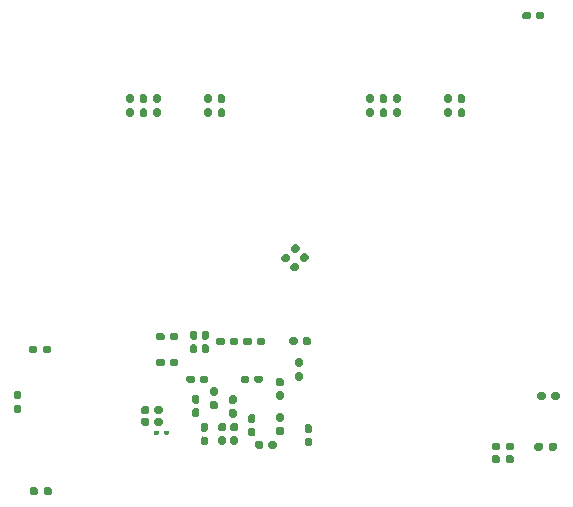
<source format=gbr>
%TF.GenerationSoftware,KiCad,Pcbnew,(5.1.8-0-10_14)*%
%TF.CreationDate,2020-12-08T12:39:33+00:00*%
%TF.ProjectId,STM32MP1_TestBoard,53544d33-324d-4503-915f-54657374426f,rev?*%
%TF.SameCoordinates,Original*%
%TF.FileFunction,Paste,Bot*%
%TF.FilePolarity,Positive*%
%FSLAX46Y46*%
G04 Gerber Fmt 4.6, Leading zero omitted, Abs format (unit mm)*
G04 Created by KiCad (PCBNEW (5.1.8-0-10_14)) date 2020-12-08 12:39:33*
%MOMM*%
%LPD*%
G01*
G04 APERTURE LIST*
G04 APERTURE END LIST*
%TO.C,R2*%
G36*
G01*
X179842200Y-107513100D02*
X179842200Y-107193100D01*
G75*
G02*
X180002200Y-107033100I160000J0D01*
G01*
X180397200Y-107033100D01*
G75*
G02*
X180557200Y-107193100I0J-160000D01*
G01*
X180557200Y-107513100D01*
G75*
G02*
X180397200Y-107673100I-160000J0D01*
G01*
X180002200Y-107673100D01*
G75*
G02*
X179842200Y-107513100I0J160000D01*
G01*
G37*
G36*
G01*
X181037200Y-107513100D02*
X181037200Y-107193100D01*
G75*
G02*
X181197200Y-107033100I160000J0D01*
G01*
X181592200Y-107033100D01*
G75*
G02*
X181752200Y-107193100I0J-160000D01*
G01*
X181752200Y-107513100D01*
G75*
G02*
X181592200Y-107673100I-160000J0D01*
G01*
X181197200Y-107673100D01*
G75*
G02*
X181037200Y-107513100I0J160000D01*
G01*
G37*
%TD*%
%TO.C,R11*%
G36*
G01*
X181752200Y-108259900D02*
X181752200Y-108579900D01*
G75*
G02*
X181592200Y-108739900I-160000J0D01*
G01*
X181197200Y-108739900D01*
G75*
G02*
X181037200Y-108579900I0J160000D01*
G01*
X181037200Y-108259900D01*
G75*
G02*
X181197200Y-108099900I160000J0D01*
G01*
X181592200Y-108099900D01*
G75*
G02*
X181752200Y-108259900I0J-160000D01*
G01*
G37*
G36*
G01*
X180557200Y-108259900D02*
X180557200Y-108579900D01*
G75*
G02*
X180397200Y-108739900I-160000J0D01*
G01*
X180002200Y-108739900D01*
G75*
G02*
X179842200Y-108579900I0J160000D01*
G01*
X179842200Y-108259900D01*
G75*
G02*
X180002200Y-108099900I160000J0D01*
G01*
X180397200Y-108099900D01*
G75*
G02*
X180557200Y-108259900I0J-160000D01*
G01*
G37*
%TD*%
%TO.C,R14*%
G36*
G01*
X185625700Y-102913200D02*
X185625700Y-103233200D01*
G75*
G02*
X185465700Y-103393200I-160000J0D01*
G01*
X185070700Y-103393200D01*
G75*
G02*
X184910700Y-103233200I0J160000D01*
G01*
X184910700Y-102913200D01*
G75*
G02*
X185070700Y-102753200I160000J0D01*
G01*
X185465700Y-102753200D01*
G75*
G02*
X185625700Y-102913200I0J-160000D01*
G01*
G37*
G36*
G01*
X184430700Y-102913200D02*
X184430700Y-103233200D01*
G75*
G02*
X184270700Y-103393200I-160000J0D01*
G01*
X183875700Y-103393200D01*
G75*
G02*
X183715700Y-103233200I0J160000D01*
G01*
X183715700Y-102913200D01*
G75*
G02*
X183875700Y-102753200I160000J0D01*
G01*
X184270700Y-102753200D01*
G75*
G02*
X184430700Y-102913200I0J-160000D01*
G01*
G37*
%TD*%
%TO.C,R6*%
G36*
G01*
X183474400Y-107525800D02*
X183474400Y-107205800D01*
G75*
G02*
X183634400Y-107045800I160000J0D01*
G01*
X184029400Y-107045800D01*
G75*
G02*
X184189400Y-107205800I0J-160000D01*
G01*
X184189400Y-107525800D01*
G75*
G02*
X184029400Y-107685800I-160000J0D01*
G01*
X183634400Y-107685800D01*
G75*
G02*
X183474400Y-107525800I0J160000D01*
G01*
G37*
G36*
G01*
X184669400Y-107525800D02*
X184669400Y-107205800D01*
G75*
G02*
X184829400Y-107045800I160000J0D01*
G01*
X185224400Y-107045800D01*
G75*
G02*
X185384400Y-107205800I0J-160000D01*
G01*
X185384400Y-107525800D01*
G75*
G02*
X185224400Y-107685800I-160000J0D01*
G01*
X184829400Y-107685800D01*
G75*
G02*
X184669400Y-107525800I0J160000D01*
G01*
G37*
%TD*%
%TO.C,C69*%
G36*
G01*
X162704500Y-98580000D02*
X162704500Y-98270000D01*
G75*
G02*
X162859500Y-98115000I155000J0D01*
G01*
X163284500Y-98115000D01*
G75*
G02*
X163439500Y-98270000I0J-155000D01*
G01*
X163439500Y-98580000D01*
G75*
G02*
X163284500Y-98735000I-155000J0D01*
G01*
X162859500Y-98735000D01*
G75*
G02*
X162704500Y-98580000I0J155000D01*
G01*
G37*
G36*
G01*
X163839500Y-98580000D02*
X163839500Y-98270000D01*
G75*
G02*
X163994500Y-98115000I155000J0D01*
G01*
X164419500Y-98115000D01*
G75*
G02*
X164574500Y-98270000I0J-155000D01*
G01*
X164574500Y-98580000D01*
G75*
G02*
X164419500Y-98735000I-155000J0D01*
G01*
X163994500Y-98735000D01*
G75*
G02*
X163839500Y-98580000I0J155000D01*
G01*
G37*
%TD*%
%TO.C,C70*%
G36*
G01*
X163365544Y-90224753D02*
X163584747Y-90443956D01*
G75*
G02*
X163584747Y-90663160I-109602J-109602D01*
G01*
X163284226Y-90963681D01*
G75*
G02*
X163065022Y-90963681I-109602J109602D01*
G01*
X162845819Y-90744478D01*
G75*
G02*
X162845819Y-90525274I109602J109602D01*
G01*
X163146340Y-90224753D01*
G75*
G02*
X163365544Y-90224753I109602J-109602D01*
G01*
G37*
G36*
G01*
X162562978Y-91027319D02*
X162782181Y-91246522D01*
G75*
G02*
X162782181Y-91465726I-109602J-109602D01*
G01*
X162481660Y-91766247D01*
G75*
G02*
X162262456Y-91766247I-109602J109602D01*
G01*
X162043253Y-91547044D01*
G75*
G02*
X162043253Y-91327840I109602J109602D01*
G01*
X162343774Y-91027319D01*
G75*
G02*
X162562978Y-91027319I109602J-109602D01*
G01*
G37*
%TD*%
%TO.C,L3*%
G36*
G01*
X151229400Y-106262000D02*
X151229400Y-106082000D01*
G75*
G02*
X151319400Y-105992000I90000J0D01*
G01*
X151597400Y-105992000D01*
G75*
G02*
X151687400Y-106082000I0J-90000D01*
G01*
X151687400Y-106262000D01*
G75*
G02*
X151597400Y-106352000I-90000J0D01*
G01*
X151319400Y-106352000D01*
G75*
G02*
X151229400Y-106262000I0J90000D01*
G01*
G37*
G36*
G01*
X152094400Y-106262000D02*
X152094400Y-106082000D01*
G75*
G02*
X152184400Y-105992000I90000J0D01*
G01*
X152462400Y-105992000D01*
G75*
G02*
X152552400Y-106082000I0J-90000D01*
G01*
X152552400Y-106262000D01*
G75*
G02*
X152462400Y-106352000I-90000J0D01*
G01*
X152184400Y-106352000D01*
G75*
G02*
X152094400Y-106262000I0J90000D01*
G01*
G37*
%TD*%
%TO.C,C33*%
G36*
G01*
X156492000Y-104211400D02*
X156182000Y-104211400D01*
G75*
G02*
X156027000Y-104056400I0J155000D01*
G01*
X156027000Y-103631400D01*
G75*
G02*
X156182000Y-103476400I155000J0D01*
G01*
X156492000Y-103476400D01*
G75*
G02*
X156647000Y-103631400I0J-155000D01*
G01*
X156647000Y-104056400D01*
G75*
G02*
X156492000Y-104211400I-155000J0D01*
G01*
G37*
G36*
G01*
X156492000Y-103076400D02*
X156182000Y-103076400D01*
G75*
G02*
X156027000Y-102921400I0J155000D01*
G01*
X156027000Y-102496400D01*
G75*
G02*
X156182000Y-102341400I155000J0D01*
G01*
X156492000Y-102341400D01*
G75*
G02*
X156647000Y-102496400I0J-155000D01*
G01*
X156647000Y-102921400D01*
G75*
G02*
X156492000Y-103076400I-155000J0D01*
G01*
G37*
%TD*%
%TO.C,C32*%
G36*
G01*
X159382400Y-104627400D02*
X159692400Y-104627400D01*
G75*
G02*
X159847400Y-104782400I0J-155000D01*
G01*
X159847400Y-105207400D01*
G75*
G02*
X159692400Y-105362400I-155000J0D01*
G01*
X159382400Y-105362400D01*
G75*
G02*
X159227400Y-105207400I0J155000D01*
G01*
X159227400Y-104782400D01*
G75*
G02*
X159382400Y-104627400I155000J0D01*
G01*
G37*
G36*
G01*
X159382400Y-105762400D02*
X159692400Y-105762400D01*
G75*
G02*
X159847400Y-105917400I0J-155000D01*
G01*
X159847400Y-106342400D01*
G75*
G02*
X159692400Y-106497400I-155000J0D01*
G01*
X159382400Y-106497400D01*
G75*
G02*
X159227400Y-106342400I0J155000D01*
G01*
X159227400Y-105917400D01*
G75*
G02*
X159382400Y-105762400I155000J0D01*
G01*
G37*
%TD*%
%TO.C,C31*%
G36*
G01*
X152014200Y-105102600D02*
X152014200Y-105412600D01*
G75*
G02*
X151859200Y-105567600I-155000J0D01*
G01*
X151434200Y-105567600D01*
G75*
G02*
X151279200Y-105412600I0J155000D01*
G01*
X151279200Y-105102600D01*
G75*
G02*
X151434200Y-104947600I155000J0D01*
G01*
X151859200Y-104947600D01*
G75*
G02*
X152014200Y-105102600I0J-155000D01*
G01*
G37*
G36*
G01*
X150879200Y-105102600D02*
X150879200Y-105412600D01*
G75*
G02*
X150724200Y-105567600I-155000J0D01*
G01*
X150299200Y-105567600D01*
G75*
G02*
X150144200Y-105412600I0J155000D01*
G01*
X150144200Y-105102600D01*
G75*
G02*
X150299200Y-104947600I155000J0D01*
G01*
X150724200Y-104947600D01*
G75*
G02*
X150879200Y-105102600I0J-155000D01*
G01*
G37*
%TD*%
%TO.C,C34*%
G36*
G01*
X155755400Y-99436200D02*
X155445400Y-99436200D01*
G75*
G02*
X155290400Y-99281200I0J155000D01*
G01*
X155290400Y-98856200D01*
G75*
G02*
X155445400Y-98701200I155000J0D01*
G01*
X155755400Y-98701200D01*
G75*
G02*
X155910400Y-98856200I0J-155000D01*
G01*
X155910400Y-99281200D01*
G75*
G02*
X155755400Y-99436200I-155000J0D01*
G01*
G37*
G36*
G01*
X155755400Y-98301200D02*
X155445400Y-98301200D01*
G75*
G02*
X155290400Y-98146200I0J155000D01*
G01*
X155290400Y-97721200D01*
G75*
G02*
X155445400Y-97566200I155000J0D01*
G01*
X155755400Y-97566200D01*
G75*
G02*
X155910400Y-97721200I0J-155000D01*
G01*
X155910400Y-98146200D01*
G75*
G02*
X155755400Y-98301200I-155000J0D01*
G01*
G37*
%TD*%
%TO.C,C12*%
G36*
G01*
X155679200Y-107234000D02*
X155369200Y-107234000D01*
G75*
G02*
X155214200Y-107079000I0J155000D01*
G01*
X155214200Y-106654000D01*
G75*
G02*
X155369200Y-106499000I155000J0D01*
G01*
X155679200Y-106499000D01*
G75*
G02*
X155834200Y-106654000I0J-155000D01*
G01*
X155834200Y-107079000D01*
G75*
G02*
X155679200Y-107234000I-155000J0D01*
G01*
G37*
G36*
G01*
X155679200Y-106099000D02*
X155369200Y-106099000D01*
G75*
G02*
X155214200Y-105944000I0J155000D01*
G01*
X155214200Y-105519000D01*
G75*
G02*
X155369200Y-105364000I155000J0D01*
G01*
X155679200Y-105364000D01*
G75*
G02*
X155834200Y-105519000I0J-155000D01*
G01*
X155834200Y-105944000D01*
G75*
G02*
X155679200Y-106099000I-155000J0D01*
G01*
G37*
%TD*%
%TO.C,C7*%
G36*
G01*
X164127544Y-90986753D02*
X164346747Y-91205956D01*
G75*
G02*
X164346747Y-91425160I-109602J-109602D01*
G01*
X164046226Y-91725681D01*
G75*
G02*
X163827022Y-91725681I-109602J109602D01*
G01*
X163607819Y-91506478D01*
G75*
G02*
X163607819Y-91287274I109602J109602D01*
G01*
X163908340Y-90986753D01*
G75*
G02*
X164127544Y-90986753I109602J-109602D01*
G01*
G37*
G36*
G01*
X163324978Y-91789319D02*
X163544181Y-92008522D01*
G75*
G02*
X163544181Y-92227726I-109602J-109602D01*
G01*
X163243660Y-92528247D01*
G75*
G02*
X163024456Y-92528247I-109602J109602D01*
G01*
X162805253Y-92309044D01*
G75*
G02*
X162805253Y-92089840I109602J109602D01*
G01*
X163105774Y-91789319D01*
G75*
G02*
X163324978Y-91789319I109602J-109602D01*
G01*
G37*
%TD*%
%TO.C,C35*%
G36*
G01*
X153309600Y-100073400D02*
X153309600Y-100383400D01*
G75*
G02*
X153154600Y-100538400I-155000J0D01*
G01*
X152729600Y-100538400D01*
G75*
G02*
X152574600Y-100383400I0J155000D01*
G01*
X152574600Y-100073400D01*
G75*
G02*
X152729600Y-99918400I155000J0D01*
G01*
X153154600Y-99918400D01*
G75*
G02*
X153309600Y-100073400I0J-155000D01*
G01*
G37*
G36*
G01*
X152174600Y-100073400D02*
X152174600Y-100383400D01*
G75*
G02*
X152019600Y-100538400I-155000J0D01*
G01*
X151594600Y-100538400D01*
G75*
G02*
X151439600Y-100383400I0J155000D01*
G01*
X151439600Y-100073400D01*
G75*
G02*
X151594600Y-99918400I155000J0D01*
G01*
X152019600Y-99918400D01*
G75*
G02*
X152174600Y-100073400I0J-155000D01*
G01*
G37*
%TD*%
%TO.C,C30*%
G36*
G01*
X162080000Y-106395800D02*
X161770000Y-106395800D01*
G75*
G02*
X161615000Y-106240800I0J155000D01*
G01*
X161615000Y-105815800D01*
G75*
G02*
X161770000Y-105660800I155000J0D01*
G01*
X162080000Y-105660800D01*
G75*
G02*
X162235000Y-105815800I0J-155000D01*
G01*
X162235000Y-106240800D01*
G75*
G02*
X162080000Y-106395800I-155000J0D01*
G01*
G37*
G36*
G01*
X162080000Y-105260800D02*
X161770000Y-105260800D01*
G75*
G02*
X161615000Y-105105800I0J155000D01*
G01*
X161615000Y-104680800D01*
G75*
G02*
X161770000Y-104525800I155000J0D01*
G01*
X162080000Y-104525800D01*
G75*
G02*
X162235000Y-104680800I0J-155000D01*
G01*
X162235000Y-105105800D01*
G75*
G02*
X162080000Y-105260800I-155000J0D01*
G01*
G37*
%TD*%
%TO.C,C29*%
G36*
G01*
X157782200Y-103027200D02*
X158092200Y-103027200D01*
G75*
G02*
X158247200Y-103182200I0J-155000D01*
G01*
X158247200Y-103607200D01*
G75*
G02*
X158092200Y-103762200I-155000J0D01*
G01*
X157782200Y-103762200D01*
G75*
G02*
X157627200Y-103607200I0J155000D01*
G01*
X157627200Y-103182200D01*
G75*
G02*
X157782200Y-103027200I155000J0D01*
G01*
G37*
G36*
G01*
X157782200Y-104162200D02*
X158092200Y-104162200D01*
G75*
G02*
X158247200Y-104317200I0J-155000D01*
G01*
X158247200Y-104742200D01*
G75*
G02*
X158092200Y-104897200I-155000J0D01*
G01*
X157782200Y-104897200D01*
G75*
G02*
X157627200Y-104742200I0J155000D01*
G01*
X157627200Y-104317200D01*
G75*
G02*
X157782200Y-104162200I155000J0D01*
G01*
G37*
%TD*%
%TO.C,C28*%
G36*
G01*
X154942600Y-104846400D02*
X154632600Y-104846400D01*
G75*
G02*
X154477600Y-104691400I0J155000D01*
G01*
X154477600Y-104266400D01*
G75*
G02*
X154632600Y-104111400I155000J0D01*
G01*
X154942600Y-104111400D01*
G75*
G02*
X155097600Y-104266400I0J-155000D01*
G01*
X155097600Y-104691400D01*
G75*
G02*
X154942600Y-104846400I-155000J0D01*
G01*
G37*
G36*
G01*
X154942600Y-103711400D02*
X154632600Y-103711400D01*
G75*
G02*
X154477600Y-103556400I0J155000D01*
G01*
X154477600Y-103131400D01*
G75*
G02*
X154632600Y-102976400I155000J0D01*
G01*
X154942600Y-102976400D01*
G75*
G02*
X155097600Y-103131400I0J-155000D01*
G01*
X155097600Y-103556400D01*
G75*
G02*
X154942600Y-103711400I-155000J0D01*
G01*
G37*
%TD*%
%TO.C,C27*%
G36*
G01*
X156867800Y-105338600D02*
X157177800Y-105338600D01*
G75*
G02*
X157332800Y-105493600I0J-155000D01*
G01*
X157332800Y-105918600D01*
G75*
G02*
X157177800Y-106073600I-155000J0D01*
G01*
X156867800Y-106073600D01*
G75*
G02*
X156712800Y-105918600I0J155000D01*
G01*
X156712800Y-105493600D01*
G75*
G02*
X156867800Y-105338600I155000J0D01*
G01*
G37*
G36*
G01*
X156867800Y-106473600D02*
X157177800Y-106473600D01*
G75*
G02*
X157332800Y-106628600I0J-155000D01*
G01*
X157332800Y-107053600D01*
G75*
G02*
X157177800Y-107208600I-155000J0D01*
G01*
X156867800Y-107208600D01*
G75*
G02*
X156712800Y-107053600I0J155000D01*
G01*
X156712800Y-106628600D01*
G75*
G02*
X156867800Y-106473600I155000J0D01*
G01*
G37*
%TD*%
%TO.C,C26*%
G36*
G01*
X156519600Y-98605400D02*
X156519600Y-98295400D01*
G75*
G02*
X156674600Y-98140400I155000J0D01*
G01*
X157099600Y-98140400D01*
G75*
G02*
X157254600Y-98295400I0J-155000D01*
G01*
X157254600Y-98605400D01*
G75*
G02*
X157099600Y-98760400I-155000J0D01*
G01*
X156674600Y-98760400D01*
G75*
G02*
X156519600Y-98605400I0J155000D01*
G01*
G37*
G36*
G01*
X157654600Y-98605400D02*
X157654600Y-98295400D01*
G75*
G02*
X157809600Y-98140400I155000J0D01*
G01*
X158234600Y-98140400D01*
G75*
G02*
X158389600Y-98295400I0J-155000D01*
G01*
X158389600Y-98605400D01*
G75*
G02*
X158234600Y-98760400I-155000J0D01*
G01*
X157809600Y-98760400D01*
G75*
G02*
X157654600Y-98605400I0J155000D01*
G01*
G37*
%TD*%
%TO.C,C25*%
G36*
G01*
X161770000Y-101528600D02*
X162080000Y-101528600D01*
G75*
G02*
X162235000Y-101683600I0J-155000D01*
G01*
X162235000Y-102108600D01*
G75*
G02*
X162080000Y-102263600I-155000J0D01*
G01*
X161770000Y-102263600D01*
G75*
G02*
X161615000Y-102108600I0J155000D01*
G01*
X161615000Y-101683600D01*
G75*
G02*
X161770000Y-101528600I155000J0D01*
G01*
G37*
G36*
G01*
X161770000Y-102663600D02*
X162080000Y-102663600D01*
G75*
G02*
X162235000Y-102818600I0J-155000D01*
G01*
X162235000Y-103243600D01*
G75*
G02*
X162080000Y-103398600I-155000J0D01*
G01*
X161770000Y-103398600D01*
G75*
G02*
X161615000Y-103243600I0J155000D01*
G01*
X161615000Y-102818600D01*
G75*
G02*
X161770000Y-102663600I155000J0D01*
G01*
G37*
%TD*%
%TO.C,C24*%
G36*
G01*
X157883800Y-105338600D02*
X158193800Y-105338600D01*
G75*
G02*
X158348800Y-105493600I0J-155000D01*
G01*
X158348800Y-105918600D01*
G75*
G02*
X158193800Y-106073600I-155000J0D01*
G01*
X157883800Y-106073600D01*
G75*
G02*
X157728800Y-105918600I0J155000D01*
G01*
X157728800Y-105493600D01*
G75*
G02*
X157883800Y-105338600I155000J0D01*
G01*
G37*
G36*
G01*
X157883800Y-106473600D02*
X158193800Y-106473600D01*
G75*
G02*
X158348800Y-106628600I0J-155000D01*
G01*
X158348800Y-107053600D01*
G75*
G02*
X158193800Y-107208600I-155000J0D01*
G01*
X157883800Y-107208600D01*
G75*
G02*
X157728800Y-107053600I0J155000D01*
G01*
X157728800Y-106628600D01*
G75*
G02*
X157883800Y-106473600I155000J0D01*
G01*
G37*
%TD*%
%TO.C,C23*%
G36*
G01*
X164183000Y-105465600D02*
X164493000Y-105465600D01*
G75*
G02*
X164648000Y-105620600I0J-155000D01*
G01*
X164648000Y-106045600D01*
G75*
G02*
X164493000Y-106200600I-155000J0D01*
G01*
X164183000Y-106200600D01*
G75*
G02*
X164028000Y-106045600I0J155000D01*
G01*
X164028000Y-105620600D01*
G75*
G02*
X164183000Y-105465600I155000J0D01*
G01*
G37*
G36*
G01*
X164183000Y-106600600D02*
X164493000Y-106600600D01*
G75*
G02*
X164648000Y-106755600I0J-155000D01*
G01*
X164648000Y-107180600D01*
G75*
G02*
X164493000Y-107335600I-155000J0D01*
G01*
X164183000Y-107335600D01*
G75*
G02*
X164028000Y-107180600I0J155000D01*
G01*
X164028000Y-106755600D01*
G75*
G02*
X164183000Y-106600600I155000J0D01*
G01*
G37*
%TD*%
%TO.C,C22*%
G36*
G01*
X160675600Y-98295400D02*
X160675600Y-98605400D01*
G75*
G02*
X160520600Y-98760400I-155000J0D01*
G01*
X160095600Y-98760400D01*
G75*
G02*
X159940600Y-98605400I0J155000D01*
G01*
X159940600Y-98295400D01*
G75*
G02*
X160095600Y-98140400I155000J0D01*
G01*
X160520600Y-98140400D01*
G75*
G02*
X160675600Y-98295400I0J-155000D01*
G01*
G37*
G36*
G01*
X159540600Y-98295400D02*
X159540600Y-98605400D01*
G75*
G02*
X159385600Y-98760400I-155000J0D01*
G01*
X158960600Y-98760400D01*
G75*
G02*
X158805600Y-98605400I0J155000D01*
G01*
X158805600Y-98295400D01*
G75*
G02*
X158960600Y-98140400I155000J0D01*
G01*
X159385600Y-98140400D01*
G75*
G02*
X159540600Y-98295400I0J-155000D01*
G01*
G37*
%TD*%
%TO.C,C21*%
G36*
G01*
X154764800Y-99436200D02*
X154454800Y-99436200D01*
G75*
G02*
X154299800Y-99281200I0J155000D01*
G01*
X154299800Y-98856200D01*
G75*
G02*
X154454800Y-98701200I155000J0D01*
G01*
X154764800Y-98701200D01*
G75*
G02*
X154919800Y-98856200I0J-155000D01*
G01*
X154919800Y-99281200D01*
G75*
G02*
X154764800Y-99436200I-155000J0D01*
G01*
G37*
G36*
G01*
X154764800Y-98301200D02*
X154454800Y-98301200D01*
G75*
G02*
X154299800Y-98146200I0J155000D01*
G01*
X154299800Y-97721200D01*
G75*
G02*
X154454800Y-97566200I155000J0D01*
G01*
X154764800Y-97566200D01*
G75*
G02*
X154919800Y-97721200I0J-155000D01*
G01*
X154919800Y-98146200D01*
G75*
G02*
X154764800Y-98301200I-155000J0D01*
G01*
G37*
%TD*%
%TO.C,C20*%
G36*
G01*
X160472400Y-101495800D02*
X160472400Y-101805800D01*
G75*
G02*
X160317400Y-101960800I-155000J0D01*
G01*
X159892400Y-101960800D01*
G75*
G02*
X159737400Y-101805800I0J155000D01*
G01*
X159737400Y-101495800D01*
G75*
G02*
X159892400Y-101340800I155000J0D01*
G01*
X160317400Y-101340800D01*
G75*
G02*
X160472400Y-101495800I0J-155000D01*
G01*
G37*
G36*
G01*
X159337400Y-101495800D02*
X159337400Y-101805800D01*
G75*
G02*
X159182400Y-101960800I-155000J0D01*
G01*
X158757400Y-101960800D01*
G75*
G02*
X158602400Y-101805800I0J155000D01*
G01*
X158602400Y-101495800D01*
G75*
G02*
X158757400Y-101340800I155000J0D01*
G01*
X159182400Y-101340800D01*
G75*
G02*
X159337400Y-101495800I0J-155000D01*
G01*
G37*
%TD*%
%TO.C,C19*%
G36*
G01*
X161666200Y-107058400D02*
X161666200Y-107368400D01*
G75*
G02*
X161511200Y-107523400I-155000J0D01*
G01*
X161086200Y-107523400D01*
G75*
G02*
X160931200Y-107368400I0J155000D01*
G01*
X160931200Y-107058400D01*
G75*
G02*
X161086200Y-106903400I155000J0D01*
G01*
X161511200Y-106903400D01*
G75*
G02*
X161666200Y-107058400I0J-155000D01*
G01*
G37*
G36*
G01*
X160531200Y-107058400D02*
X160531200Y-107368400D01*
G75*
G02*
X160376200Y-107523400I-155000J0D01*
G01*
X159951200Y-107523400D01*
G75*
G02*
X159796200Y-107368400I0J155000D01*
G01*
X159796200Y-107058400D01*
G75*
G02*
X159951200Y-106903400I155000J0D01*
G01*
X160376200Y-106903400D01*
G75*
G02*
X160531200Y-107058400I0J-155000D01*
G01*
G37*
%TD*%
%TO.C,C18*%
G36*
G01*
X151439600Y-98199000D02*
X151439600Y-97889000D01*
G75*
G02*
X151594600Y-97734000I155000J0D01*
G01*
X152019600Y-97734000D01*
G75*
G02*
X152174600Y-97889000I0J-155000D01*
G01*
X152174600Y-98199000D01*
G75*
G02*
X152019600Y-98354000I-155000J0D01*
G01*
X151594600Y-98354000D01*
G75*
G02*
X151439600Y-98199000I0J155000D01*
G01*
G37*
G36*
G01*
X152574600Y-98199000D02*
X152574600Y-97889000D01*
G75*
G02*
X152729600Y-97734000I155000J0D01*
G01*
X153154600Y-97734000D01*
G75*
G02*
X153309600Y-97889000I0J-155000D01*
G01*
X153309600Y-98199000D01*
G75*
G02*
X153154600Y-98354000I-155000J0D01*
G01*
X152729600Y-98354000D01*
G75*
G02*
X152574600Y-98199000I0J155000D01*
G01*
G37*
%TD*%
%TO.C,C14*%
G36*
G01*
X150144200Y-104422000D02*
X150144200Y-104112000D01*
G75*
G02*
X150299200Y-103957000I155000J0D01*
G01*
X150724200Y-103957000D01*
G75*
G02*
X150879200Y-104112000I0J-155000D01*
G01*
X150879200Y-104422000D01*
G75*
G02*
X150724200Y-104577000I-155000J0D01*
G01*
X150299200Y-104577000D01*
G75*
G02*
X150144200Y-104422000I0J155000D01*
G01*
G37*
G36*
G01*
X151279200Y-104422000D02*
X151279200Y-104112000D01*
G75*
G02*
X151434200Y-103957000I155000J0D01*
G01*
X151859200Y-103957000D01*
G75*
G02*
X152014200Y-104112000I0J-155000D01*
G01*
X152014200Y-104422000D01*
G75*
G02*
X151859200Y-104577000I-155000J0D01*
G01*
X151434200Y-104577000D01*
G75*
G02*
X151279200Y-104422000I0J155000D01*
G01*
G37*
%TD*%
%TO.C,R47*%
G36*
G01*
X156812000Y-78726000D02*
X157132000Y-78726000D01*
G75*
G02*
X157292000Y-78886000I0J-160000D01*
G01*
X157292000Y-79281000D01*
G75*
G02*
X157132000Y-79441000I-160000J0D01*
G01*
X156812000Y-79441000D01*
G75*
G02*
X156652000Y-79281000I0J160000D01*
G01*
X156652000Y-78886000D01*
G75*
G02*
X156812000Y-78726000I160000J0D01*
G01*
G37*
G36*
G01*
X156812000Y-77531000D02*
X157132000Y-77531000D01*
G75*
G02*
X157292000Y-77691000I0J-160000D01*
G01*
X157292000Y-78086000D01*
G75*
G02*
X157132000Y-78246000I-160000J0D01*
G01*
X156812000Y-78246000D01*
G75*
G02*
X156652000Y-78086000I0J160000D01*
G01*
X156652000Y-77691000D01*
G75*
G02*
X156812000Y-77531000I160000J0D01*
G01*
G37*
%TD*%
%TO.C,R46*%
G36*
G01*
X155669000Y-78726000D02*
X155989000Y-78726000D01*
G75*
G02*
X156149000Y-78886000I0J-160000D01*
G01*
X156149000Y-79281000D01*
G75*
G02*
X155989000Y-79441000I-160000J0D01*
G01*
X155669000Y-79441000D01*
G75*
G02*
X155509000Y-79281000I0J160000D01*
G01*
X155509000Y-78886000D01*
G75*
G02*
X155669000Y-78726000I160000J0D01*
G01*
G37*
G36*
G01*
X155669000Y-77531000D02*
X155989000Y-77531000D01*
G75*
G02*
X156149000Y-77691000I0J-160000D01*
G01*
X156149000Y-78086000D01*
G75*
G02*
X155989000Y-78246000I-160000J0D01*
G01*
X155669000Y-78246000D01*
G75*
G02*
X155509000Y-78086000I0J160000D01*
G01*
X155509000Y-77691000D01*
G75*
G02*
X155669000Y-77531000I160000J0D01*
G01*
G37*
%TD*%
%TO.C,R45*%
G36*
G01*
X151351000Y-78726000D02*
X151671000Y-78726000D01*
G75*
G02*
X151831000Y-78886000I0J-160000D01*
G01*
X151831000Y-79281000D01*
G75*
G02*
X151671000Y-79441000I-160000J0D01*
G01*
X151351000Y-79441000D01*
G75*
G02*
X151191000Y-79281000I0J160000D01*
G01*
X151191000Y-78886000D01*
G75*
G02*
X151351000Y-78726000I160000J0D01*
G01*
G37*
G36*
G01*
X151351000Y-77531000D02*
X151671000Y-77531000D01*
G75*
G02*
X151831000Y-77691000I0J-160000D01*
G01*
X151831000Y-78086000D01*
G75*
G02*
X151671000Y-78246000I-160000J0D01*
G01*
X151351000Y-78246000D01*
G75*
G02*
X151191000Y-78086000I0J160000D01*
G01*
X151191000Y-77691000D01*
G75*
G02*
X151351000Y-77531000I160000J0D01*
G01*
G37*
%TD*%
%TO.C,R44*%
G36*
G01*
X150208000Y-78726000D02*
X150528000Y-78726000D01*
G75*
G02*
X150688000Y-78886000I0J-160000D01*
G01*
X150688000Y-79281000D01*
G75*
G02*
X150528000Y-79441000I-160000J0D01*
G01*
X150208000Y-79441000D01*
G75*
G02*
X150048000Y-79281000I0J160000D01*
G01*
X150048000Y-78886000D01*
G75*
G02*
X150208000Y-78726000I160000J0D01*
G01*
G37*
G36*
G01*
X150208000Y-77531000D02*
X150528000Y-77531000D01*
G75*
G02*
X150688000Y-77691000I0J-160000D01*
G01*
X150688000Y-78086000D01*
G75*
G02*
X150528000Y-78246000I-160000J0D01*
G01*
X150208000Y-78246000D01*
G75*
G02*
X150048000Y-78086000I0J160000D01*
G01*
X150048000Y-77691000D01*
G75*
G02*
X150208000Y-77531000I160000J0D01*
G01*
G37*
%TD*%
%TO.C,R43*%
G36*
G01*
X149065000Y-78726000D02*
X149385000Y-78726000D01*
G75*
G02*
X149545000Y-78886000I0J-160000D01*
G01*
X149545000Y-79281000D01*
G75*
G02*
X149385000Y-79441000I-160000J0D01*
G01*
X149065000Y-79441000D01*
G75*
G02*
X148905000Y-79281000I0J160000D01*
G01*
X148905000Y-78886000D01*
G75*
G02*
X149065000Y-78726000I160000J0D01*
G01*
G37*
G36*
G01*
X149065000Y-77531000D02*
X149385000Y-77531000D01*
G75*
G02*
X149545000Y-77691000I0J-160000D01*
G01*
X149545000Y-78086000D01*
G75*
G02*
X149385000Y-78246000I-160000J0D01*
G01*
X149065000Y-78246000D01*
G75*
G02*
X148905000Y-78086000I0J160000D01*
G01*
X148905000Y-77691000D01*
G75*
G02*
X149065000Y-77531000I160000J0D01*
G01*
G37*
%TD*%
%TO.C,R42*%
G36*
G01*
X177132000Y-78726000D02*
X177452000Y-78726000D01*
G75*
G02*
X177612000Y-78886000I0J-160000D01*
G01*
X177612000Y-79281000D01*
G75*
G02*
X177452000Y-79441000I-160000J0D01*
G01*
X177132000Y-79441000D01*
G75*
G02*
X176972000Y-79281000I0J160000D01*
G01*
X176972000Y-78886000D01*
G75*
G02*
X177132000Y-78726000I160000J0D01*
G01*
G37*
G36*
G01*
X177132000Y-77531000D02*
X177452000Y-77531000D01*
G75*
G02*
X177612000Y-77691000I0J-160000D01*
G01*
X177612000Y-78086000D01*
G75*
G02*
X177452000Y-78246000I-160000J0D01*
G01*
X177132000Y-78246000D01*
G75*
G02*
X176972000Y-78086000I0J160000D01*
G01*
X176972000Y-77691000D01*
G75*
G02*
X177132000Y-77531000I160000J0D01*
G01*
G37*
%TD*%
%TO.C,R41*%
G36*
G01*
X175989000Y-78726000D02*
X176309000Y-78726000D01*
G75*
G02*
X176469000Y-78886000I0J-160000D01*
G01*
X176469000Y-79281000D01*
G75*
G02*
X176309000Y-79441000I-160000J0D01*
G01*
X175989000Y-79441000D01*
G75*
G02*
X175829000Y-79281000I0J160000D01*
G01*
X175829000Y-78886000D01*
G75*
G02*
X175989000Y-78726000I160000J0D01*
G01*
G37*
G36*
G01*
X175989000Y-77531000D02*
X176309000Y-77531000D01*
G75*
G02*
X176469000Y-77691000I0J-160000D01*
G01*
X176469000Y-78086000D01*
G75*
G02*
X176309000Y-78246000I-160000J0D01*
G01*
X175989000Y-78246000D01*
G75*
G02*
X175829000Y-78086000I0J160000D01*
G01*
X175829000Y-77691000D01*
G75*
G02*
X175989000Y-77531000I160000J0D01*
G01*
G37*
%TD*%
%TO.C,R40*%
G36*
G01*
X171671000Y-78726000D02*
X171991000Y-78726000D01*
G75*
G02*
X172151000Y-78886000I0J-160000D01*
G01*
X172151000Y-79281000D01*
G75*
G02*
X171991000Y-79441000I-160000J0D01*
G01*
X171671000Y-79441000D01*
G75*
G02*
X171511000Y-79281000I0J160000D01*
G01*
X171511000Y-78886000D01*
G75*
G02*
X171671000Y-78726000I160000J0D01*
G01*
G37*
G36*
G01*
X171671000Y-77531000D02*
X171991000Y-77531000D01*
G75*
G02*
X172151000Y-77691000I0J-160000D01*
G01*
X172151000Y-78086000D01*
G75*
G02*
X171991000Y-78246000I-160000J0D01*
G01*
X171671000Y-78246000D01*
G75*
G02*
X171511000Y-78086000I0J160000D01*
G01*
X171511000Y-77691000D01*
G75*
G02*
X171671000Y-77531000I160000J0D01*
G01*
G37*
%TD*%
%TO.C,R13*%
G36*
G01*
X170528000Y-78726000D02*
X170848000Y-78726000D01*
G75*
G02*
X171008000Y-78886000I0J-160000D01*
G01*
X171008000Y-79281000D01*
G75*
G02*
X170848000Y-79441000I-160000J0D01*
G01*
X170528000Y-79441000D01*
G75*
G02*
X170368000Y-79281000I0J160000D01*
G01*
X170368000Y-78886000D01*
G75*
G02*
X170528000Y-78726000I160000J0D01*
G01*
G37*
G36*
G01*
X170528000Y-77531000D02*
X170848000Y-77531000D01*
G75*
G02*
X171008000Y-77691000I0J-160000D01*
G01*
X171008000Y-78086000D01*
G75*
G02*
X170848000Y-78246000I-160000J0D01*
G01*
X170528000Y-78246000D01*
G75*
G02*
X170368000Y-78086000I0J160000D01*
G01*
X170368000Y-77691000D01*
G75*
G02*
X170528000Y-77531000I160000J0D01*
G01*
G37*
%TD*%
%TO.C,R12*%
G36*
G01*
X169385000Y-78726000D02*
X169705000Y-78726000D01*
G75*
G02*
X169865000Y-78886000I0J-160000D01*
G01*
X169865000Y-79281000D01*
G75*
G02*
X169705000Y-79441000I-160000J0D01*
G01*
X169385000Y-79441000D01*
G75*
G02*
X169225000Y-79281000I0J160000D01*
G01*
X169225000Y-78886000D01*
G75*
G02*
X169385000Y-78726000I160000J0D01*
G01*
G37*
G36*
G01*
X169385000Y-77531000D02*
X169705000Y-77531000D01*
G75*
G02*
X169865000Y-77691000I0J-160000D01*
G01*
X169865000Y-78086000D01*
G75*
G02*
X169705000Y-78246000I-160000J0D01*
G01*
X169385000Y-78246000D01*
G75*
G02*
X169225000Y-78086000I0J160000D01*
G01*
X169225000Y-77691000D01*
G75*
G02*
X169385000Y-77531000I160000J0D01*
G01*
G37*
%TD*%
%TO.C,R10*%
G36*
G01*
X163390600Y-101052600D02*
X163710600Y-101052600D01*
G75*
G02*
X163870600Y-101212600I0J-160000D01*
G01*
X163870600Y-101607600D01*
G75*
G02*
X163710600Y-101767600I-160000J0D01*
G01*
X163390600Y-101767600D01*
G75*
G02*
X163230600Y-101607600I0J160000D01*
G01*
X163230600Y-101212600D01*
G75*
G02*
X163390600Y-101052600I160000J0D01*
G01*
G37*
G36*
G01*
X163390600Y-99857600D02*
X163710600Y-99857600D01*
G75*
G02*
X163870600Y-100017600I0J-160000D01*
G01*
X163870600Y-100412600D01*
G75*
G02*
X163710600Y-100572600I-160000J0D01*
G01*
X163390600Y-100572600D01*
G75*
G02*
X163230600Y-100412600I0J160000D01*
G01*
X163230600Y-100017600D01*
G75*
G02*
X163390600Y-99857600I160000J0D01*
G01*
G37*
%TD*%
%TO.C,R7*%
G36*
G01*
X141441200Y-110965000D02*
X141441200Y-111285000D01*
G75*
G02*
X141281200Y-111445000I-160000J0D01*
G01*
X140886200Y-111445000D01*
G75*
G02*
X140726200Y-111285000I0J160000D01*
G01*
X140726200Y-110965000D01*
G75*
G02*
X140886200Y-110805000I160000J0D01*
G01*
X141281200Y-110805000D01*
G75*
G02*
X141441200Y-110965000I0J-160000D01*
G01*
G37*
G36*
G01*
X142636200Y-110965000D02*
X142636200Y-111285000D01*
G75*
G02*
X142476200Y-111445000I-160000J0D01*
G01*
X142081200Y-111445000D01*
G75*
G02*
X141921200Y-111285000I0J160000D01*
G01*
X141921200Y-110965000D01*
G75*
G02*
X142081200Y-110805000I160000J0D01*
G01*
X142476200Y-110805000D01*
G75*
G02*
X142636200Y-110965000I0J-160000D01*
G01*
G37*
%TD*%
%TO.C,R5*%
G36*
G01*
X139860000Y-103328500D02*
X139540000Y-103328500D01*
G75*
G02*
X139380000Y-103168500I0J160000D01*
G01*
X139380000Y-102773500D01*
G75*
G02*
X139540000Y-102613500I160000J0D01*
G01*
X139860000Y-102613500D01*
G75*
G02*
X140020000Y-102773500I0J-160000D01*
G01*
X140020000Y-103168500D01*
G75*
G02*
X139860000Y-103328500I-160000J0D01*
G01*
G37*
G36*
G01*
X139860000Y-104523500D02*
X139540000Y-104523500D01*
G75*
G02*
X139380000Y-104363500I0J160000D01*
G01*
X139380000Y-103968500D01*
G75*
G02*
X139540000Y-103808500I160000J0D01*
G01*
X139860000Y-103808500D01*
G75*
G02*
X140020000Y-103968500I0J-160000D01*
G01*
X140020000Y-104363500D01*
G75*
G02*
X139860000Y-104523500I-160000J0D01*
G01*
G37*
%TD*%
%TO.C,R1*%
G36*
G01*
X141365000Y-98963500D02*
X141365000Y-99283500D01*
G75*
G02*
X141205000Y-99443500I-160000J0D01*
G01*
X140810000Y-99443500D01*
G75*
G02*
X140650000Y-99283500I0J160000D01*
G01*
X140650000Y-98963500D01*
G75*
G02*
X140810000Y-98803500I160000J0D01*
G01*
X141205000Y-98803500D01*
G75*
G02*
X141365000Y-98963500I0J-160000D01*
G01*
G37*
G36*
G01*
X142560000Y-98963500D02*
X142560000Y-99283500D01*
G75*
G02*
X142400000Y-99443500I-160000J0D01*
G01*
X142005000Y-99443500D01*
G75*
G02*
X141845000Y-99283500I0J160000D01*
G01*
X141845000Y-98963500D01*
G75*
G02*
X142005000Y-98803500I160000J0D01*
G01*
X142400000Y-98803500D01*
G75*
G02*
X142560000Y-98963500I0J-160000D01*
G01*
G37*
%TD*%
%TO.C,C15*%
G36*
G01*
X155140000Y-101818500D02*
X155140000Y-101508500D01*
G75*
G02*
X155295000Y-101353500I155000J0D01*
G01*
X155720000Y-101353500D01*
G75*
G02*
X155875000Y-101508500I0J-155000D01*
G01*
X155875000Y-101818500D01*
G75*
G02*
X155720000Y-101973500I-155000J0D01*
G01*
X155295000Y-101973500D01*
G75*
G02*
X155140000Y-101818500I0J155000D01*
G01*
G37*
G36*
G01*
X154005000Y-101818500D02*
X154005000Y-101508500D01*
G75*
G02*
X154160000Y-101353500I155000J0D01*
G01*
X154585000Y-101353500D01*
G75*
G02*
X154740000Y-101508500I0J-155000D01*
G01*
X154740000Y-101818500D01*
G75*
G02*
X154585000Y-101973500I-155000J0D01*
G01*
X154160000Y-101973500D01*
G75*
G02*
X154005000Y-101818500I0J155000D01*
G01*
G37*
%TD*%
%TO.C,C13*%
G36*
G01*
X183188000Y-70711000D02*
X183188000Y-71021000D01*
G75*
G02*
X183033000Y-71176000I-155000J0D01*
G01*
X182608000Y-71176000D01*
G75*
G02*
X182453000Y-71021000I0J155000D01*
G01*
X182453000Y-70711000D01*
G75*
G02*
X182608000Y-70556000I155000J0D01*
G01*
X183033000Y-70556000D01*
G75*
G02*
X183188000Y-70711000I0J-155000D01*
G01*
G37*
G36*
G01*
X184323000Y-70711000D02*
X184323000Y-71021000D01*
G75*
G02*
X184168000Y-71176000I-155000J0D01*
G01*
X183743000Y-71176000D01*
G75*
G02*
X183588000Y-71021000I0J155000D01*
G01*
X183588000Y-70711000D01*
G75*
G02*
X183743000Y-70556000I155000J0D01*
G01*
X184168000Y-70556000D01*
G75*
G02*
X184323000Y-70711000I0J-155000D01*
G01*
G37*
%TD*%
M02*

</source>
